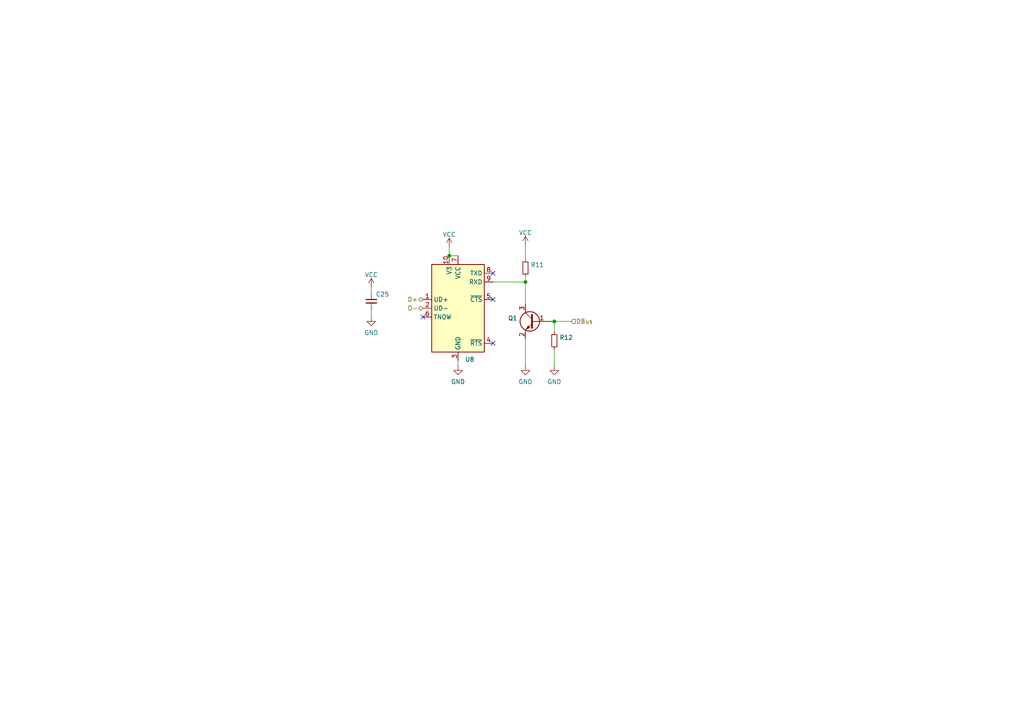
<source format=kicad_sch>
(kicad_sch (version 20211123) (generator eeschema)
  (paper "A4")
  (lib_symbols
    (symbol "Device:C_Small" (pin_numbers hide) (pin_names (offset 0.254) hide)
      (property "Reference" "C" (at 0.254 1.778 0))
      (property "Value" "C_Small" (at 0.254 -2.032 0))
      (symbol "C_Small_0_1"
        (polyline (pts (xy -1.524 -0.508) (xy 1.524 -0.508)) (stroke (width 0.3302)))
        (polyline (pts (xy -1.524 0.508) (xy 1.524 0.508)) (stroke (width 0.3048)))
      )
      (symbol "C_Small_1_1"
        (pin passive line (at 0 2.54 270) (length 2.032) (name "~") (number "1"))
        (pin passive line (at 0 -2.54 90) (length 2.032) (name "~") (number "2"))
      )
    )
    (symbol "Device:Q_NPN_BEC" (pin_names (offset 0) hide)
      (property "Reference" "Q" (at 5.08 1.27 0))
      (property "Value" "Q_NPN_BEC" (at 5.08 -1.27 0))
      (symbol "Q_NPN_BEC_0_1"
        (polyline (pts (xy 0.635 0.635) (xy 2.54 2.54)))
        (polyline (pts (xy 0.635 -0.635) (xy 2.54 -2.54) (xy 2.54 -2.54)))
        (polyline (pts (xy 0.635 1.905) (xy 0.635 -1.905) (xy 0.635 -1.905)) (stroke (width 0.508)))
        (polyline (pts (xy 1.27 -1.778) (xy 1.778 -1.27) (xy 2.286 -2.286) (xy 1.27 -1.778) (xy 1.27 -1.778)) (fill (type outline)))
        (circle (center 1.27 0) (radius 2.8194) (stroke (width 0.254)))
      )
      (symbol "Q_NPN_BEC_1_1"
        (pin input line (at -5.08 0 0) (length 5.715) (name "B") (number "1"))
        (pin passive line (at 2.54 -5.08 90) (length 2.54) (name "E") (number "2"))
        (pin passive line (at 2.54 5.08 270) (length 2.54) (name "C") (number "3"))
      )
    )
    (symbol "Device:R_Small" (pin_numbers hide) (pin_names (offset 0.254) hide)
      (property "Reference" "R" (at 0.762 0.508 0))
      (property "Value" "R_Small" (at 0.762 -1.016 0))
      (symbol "R_Small_0_1"
        (rectangle (start -0.762 1.778) (end 0.762 -1.778) (stroke (width 0.2032)))
      )
      (symbol "R_Small_1_1"
        (pin passive line (at 0 2.54 270) (length 0.762) (name "~") (number "1"))
        (pin passive line (at 0 -2.54 90) (length 0.762) (name "~") (number "2"))
      )
    )
    (symbol "Interface_USB:CH340E"
      (property "Reference" "U" (at -5.08 13.97 0))
      (property "Value" "CH340E" (at 1.27 13.97 0))
      (symbol "CH340E_0_1"
        (rectangle (start -7.62 12.7) (end 7.62 -12.7) (stroke (width 0.254)) (fill (type background)))
      )
      (symbol "CH340E_1_1"
        (pin bidirectional line (at -10.16 2.54 0) (length 2.54) (name "UD+") (number "1"))
        (pin passive line (at -2.54 15.24 270) (length 2.54) (name "V3") (number "10"))
        (pin bidirectional line (at -10.16 0 0) (length 2.54) (name "UD-") (number "2"))
        (pin power_in line (at 0 -15.24 90) (length 2.54) (name "GND") (number "3"))
        (pin output line (at 10.16 -10.16 180) (length 2.54) (name "~{RTS}") (number "4"))
        (pin input line (at 10.16 2.54 180) (length 2.54) (name "~{CTS}") (number "5"))
        (pin output line (at -10.16 -2.54 0) (length 2.54) (name "TNOW") (number "6"))
        (pin power_in line (at 0 15.24 270) (length 2.54) (name "VCC") (number "7"))
        (pin output line (at 10.16 10.16 180) (length 2.54) (name "TXD") (number "8"))
        (pin input line (at 10.16 7.62 180) (length 2.54) (name "RXD") (number "9"))
      )
    )
    (symbol "power:GND" (power) (pin_names (offset 0))
      (property "Value" "GND" (at 0 -3.81 0))
      (symbol "GND_0_1"
        (polyline (pts (xy 0 0) (xy 0 -1.27) (xy 1.27 -1.27) (xy 0 -2.54) (xy -1.27 -1.27) (xy 0 -1.27)))
      )
      (symbol "GND_1_1"
        (pin power_in line (at 0 0 270) (length 0) hide (name "GND") (number "1"))
      )
    )
    (symbol "power:VCC" (power) (pin_names (offset 0))
      (property "Value" "VCC" (at 0 3.81 0))
      (symbol "VCC_0_1"
        (polyline (pts (xy -0.762 1.27) (xy 0 2.54)))
        (polyline (pts (xy 0 0) (xy 0 2.54)))
        (polyline (pts (xy 0 2.54) (xy 0.762 1.27)))
      )
      (symbol "VCC_1_1"
        (pin power_in line (at 0 0 90) (length 0) hide (name "VCC") (number "1"))
      )
    )
  )
  (junction (at 152.4 81.788))
  (junction (at 130.302 74.168))
  (junction (at 160.782 93.218))
  (no_connect (at 143.002 99.568))
  (no_connect (at 122.682 91.948))
  (no_connect (at 143.002 86.868))
  (no_connect (at 143.002 79.248))
  (wire (pts (xy 160.02 93.218) (xy 160.782 93.218)))
  (wire (pts (xy 130.302 71.628) (xy 130.302 74.168)))
  (wire (pts (xy 160.782 93.218) (xy 160.782 96.266)))
  (wire (pts (xy 107.696 83.312) (xy 107.696 84.836)))
  (wire (pts (xy 130.302 74.168) (xy 132.842 74.168)))
  (wire (pts (xy 152.4 71.12) (xy 152.4 75.184)))
  (wire (pts (xy 152.4 98.298) (xy 152.4 106.172)))
  (wire (pts (xy 132.842 104.648) (xy 132.842 106.172)))
  (wire (pts (xy 152.4 81.788) (xy 152.4 88.138)))
  (wire (pts (xy 107.696 89.916) (xy 107.696 91.948)))
  (wire (pts (xy 152.4 80.264) (xy 152.4 81.788)))
  (wire (pts (xy 143.002 81.788) (xy 152.4 81.788)))
  (wire (pts (xy 160.782 101.346) (xy 160.782 106.172)))
  (wire (pts (xy 160.782 93.218) (xy 165.608 93.218)))
  (hierarchical_label "D+" (shape bidirectional) (at 122.682 86.868 180))
  (hierarchical_label "D-" (shape bidirectional) (at 122.682 89.408 180))
  (hierarchical_label "DBus" (shape input) (at 165.608 93.218 0))
  (symbol (lib_id "Device:C_Small") (at 107.696 87.376 0) (mirror y) (unit 1)
    (property "Reference" "C25" (at 108.966 85.344 0) (effects (justify right)))
  )
  (symbol (lib_id "power:GND") (at 160.782 106.172 0) (unit 1)
    (property "Reference" "#PWR083" (effects hide))
  )
  (symbol (lib_id "power:VCC") (at 130.302 71.628 0) (unit 1)
    (property "Reference" "#PWR078" (effects hide))
  )
  (symbol (lib_id "Device:R_Small") (at 152.4 77.724 0) (unit 1)
    (property "Reference" "R11" (at 153.8986 76.8155 0) (effects (justify left)))
  )
  (symbol (lib_id "Interface_USB:CH340E") (at 132.842 89.408 0) (unit 1)
    (property "Reference" "U8" (at 134.8614 104.2575 0) (effects (justify left)))
    (property "Datasheet" "https://www.mpja.com/download/35227cpdata.pdf" (effects hide))
  )
  (symbol (lib_id "Device:R_Small") (at 160.782 98.806 0) (unit 1)
    (property "Reference" "R12" (at 162.2806 97.8975 0) (effects (justify left)))
  )
  (symbol (lib_id "power:GND") (at 132.842 106.172 0) (unit 1)
    (property "Reference" "#PWR081" (effects hide))
  )
  (symbol (lib_id "power:GND") (at 107.696 91.948 0) (unit 1)
    (property "Reference" "#PWR080" (effects hide))
  )
  (symbol (lib_id "power:VCC") (at 107.696 83.312 0) (unit 1)
    (property "Reference" "#PWR079" (effects hide))
  )
  (symbol (lib_id "power:VCC") (at 152.4 71.12 0) (unit 1)
    (property "Reference" "#PWR077" (effects hide))
  )
  (symbol (lib_id "Device:Q_NPN_BEC") (at 154.94 93.218 0) (mirror y) (unit 1)
    (property "Reference" "Q1" (at 150.0886 92.3095 0) (effects (justify left)))
  )
  (symbol (lib_id "power:GND") (at 152.4 106.172 0) (unit 1)
    (property "Reference" "#PWR082" (effects hide))
  )
)
</source>
